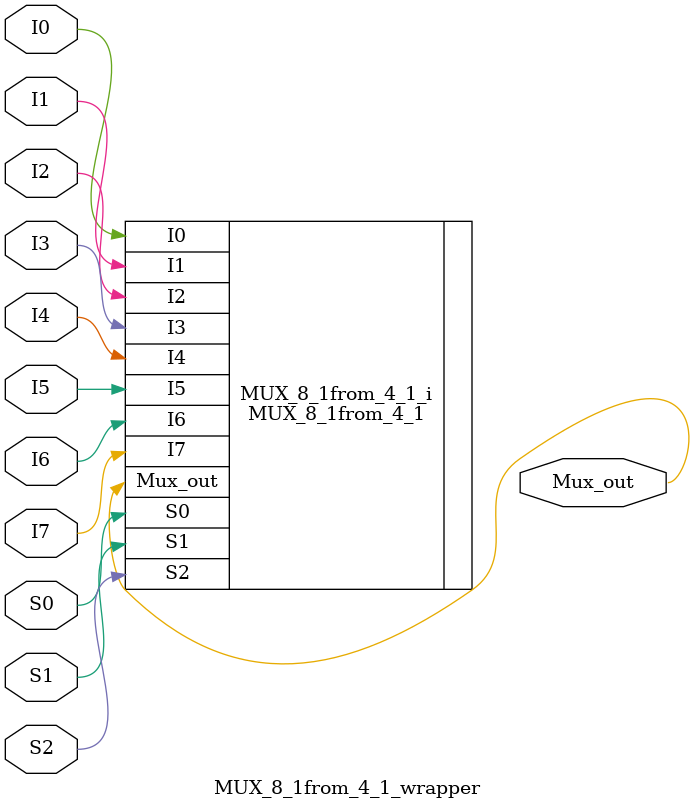
<source format=v>
`timescale 1 ps / 1 ps

module MUX_8_1from_4_1_wrapper
   (I0,
    I1,
    I2,
    I3,
    I4,
    I5,
    I6,
    I7,
    Mux_out,
    S0,
    S1,
    S2);
  input I0;
  input I1;
  input I2;
  input I3;
  input I4;
  input I5;
  input I6;
  input I7;
  output Mux_out;
  input S0;
  input S1;
  input S2;

  wire I0;
  wire I1;
  wire I2;
  wire I3;
  wire I4;
  wire I5;
  wire I6;
  wire I7;
  wire Mux_out;
  wire S0;
  wire S1;
  wire S2;

  MUX_8_1from_4_1 MUX_8_1from_4_1_i
       (.I0(I0),
        .I1(I1),
        .I2(I2),
        .I3(I3),
        .I4(I4),
        .I5(I5),
        .I6(I6),
        .I7(I7),
        .Mux_out(Mux_out),
        .S0(S0),
        .S1(S1),
        .S2(S2));
endmodule

</source>
